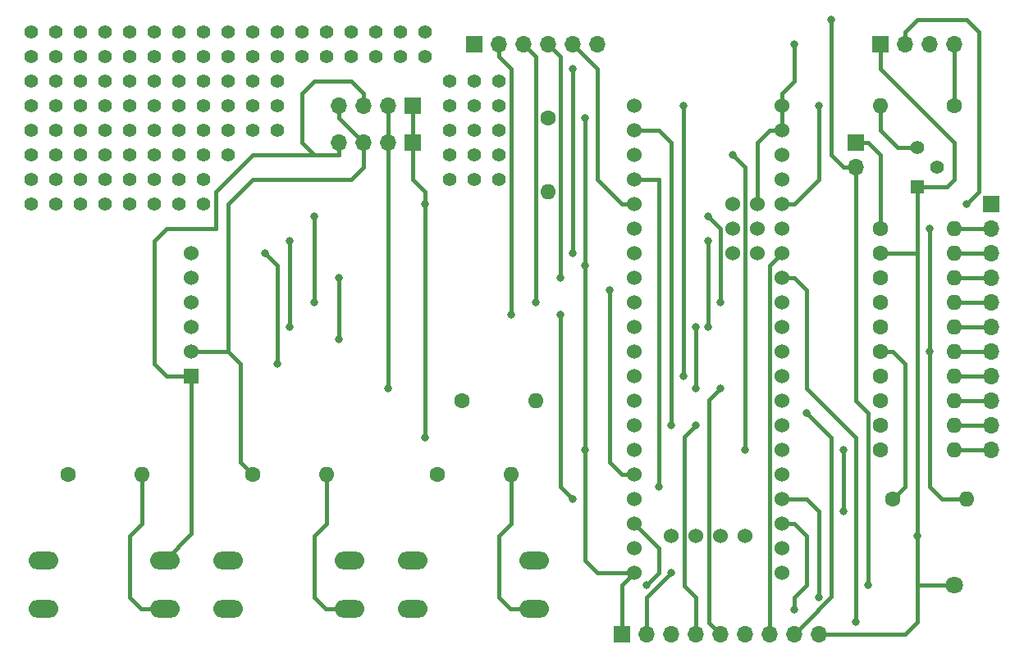
<source format=gbr>
%TF.GenerationSoftware,KiCad,Pcbnew,5.1.6-c6e7f7d~86~ubuntu16.04.1*%
%TF.CreationDate,2020-10-09T16:36:26+01:00*%
%TF.ProjectId,bluepill-pb1,626c7565-7069-46c6-9c2d-7062312e6b69,rev?*%
%TF.SameCoordinates,Original*%
%TF.FileFunction,Copper,L2,Bot*%
%TF.FilePolarity,Positive*%
%FSLAX46Y46*%
G04 Gerber Fmt 4.6, Leading zero omitted, Abs format (unit mm)*
G04 Created by KiCad (PCBNEW 5.1.6-c6e7f7d~86~ubuntu16.04.1) date 2020-10-09 16:36:26*
%MOMM*%
%LPD*%
G01*
G04 APERTURE LIST*
%TA.AperFunction,ComponentPad*%
%ADD10O,1.700000X1.700000*%
%TD*%
%TA.AperFunction,ComponentPad*%
%ADD11R,1.700000X1.700000*%
%TD*%
%TA.AperFunction,ComponentPad*%
%ADD12O,1.600000X1.600000*%
%TD*%
%TA.AperFunction,ComponentPad*%
%ADD13C,1.600000*%
%TD*%
%TA.AperFunction,ComponentPad*%
%ADD14C,1.800000*%
%TD*%
%TA.AperFunction,ComponentPad*%
%ADD15C,1.524000*%
%TD*%
%TA.AperFunction,ComponentPad*%
%ADD16O,3.048000X1.850000*%
%TD*%
%TA.AperFunction,ComponentPad*%
%ADD17C,1.397000*%
%TD*%
%TA.AperFunction,ComponentPad*%
%ADD18R,1.397000X1.397000*%
%TD*%
%TA.AperFunction,ComponentPad*%
%ADD19R,1.524000X1.524000*%
%TD*%
%TA.AperFunction,ViaPad*%
%ADD20C,1.400000*%
%TD*%
%TA.AperFunction,ViaPad*%
%ADD21C,0.800000*%
%TD*%
%TA.AperFunction,Conductor*%
%ADD22C,0.400000*%
%TD*%
G04 APERTURE END LIST*
D10*
%TO.P,J6,6*%
%TO.N,GND*%
X137160000Y-59690000D03*
%TO.P,J6,5*%
%TO.N,Net-(J6-Pad5)*%
X134620000Y-59690000D03*
%TO.P,J6,4*%
%TO.N,Net-(J6-Pad4)*%
X132080000Y-59690000D03*
%TO.P,J6,3*%
%TO.N,Net-(J6-Pad3)*%
X129540000Y-59690000D03*
%TO.P,J6,2*%
%TO.N,Net-(J6-Pad2)*%
X127000000Y-59690000D03*
D11*
%TO.P,J6,1*%
%TO.N,Net-(J6-Pad1)*%
X124460000Y-59690000D03*
%TD*%
D10*
%TO.P,J7,2*%
%TO.N,Net-(J6-Pad1)*%
X163830000Y-72390000D03*
D11*
%TO.P,J7,1*%
%TO.N,Net-(J7-Pad1)*%
X163830000Y-69850000D03*
%TD*%
D12*
%TO.P,R17,2*%
%TO.N,Net-(J3-Pad2)*%
X130810000Y-96520000D03*
D13*
%TO.P,R17,1*%
%TO.N,+3V3*%
X123190000Y-96520000D03*
%TD*%
D14*
%TO.P,TP1,1*%
%TO.N,GND*%
X173990000Y-115570000D03*
%TD*%
D12*
%TO.P,R16,2*%
%TO.N,Net-(J3-Pad1)*%
X132080000Y-74930000D03*
D13*
%TO.P,R16,1*%
%TO.N,+3V3*%
X132080000Y-67310000D03*
%TD*%
D12*
%TO.P,R15,2*%
%TO.N,Net-(Q1-Pad2)*%
X175260000Y-106680000D03*
D13*
%TO.P,R15,1*%
%TO.N,Net-(R15-Pad1)*%
X167640000Y-106680000D03*
%TD*%
D15*
%TO.P,U1,5V*%
%TO.N,Net-(J6-Pad1)*%
X140970000Y-109220000D03*
%TO.P,U1,3V3*%
%TO.N,+3V3*%
X151130000Y-81280000D03*
%TO.P,U1,PB2*%
%TO.N,N/C*%
X151130000Y-78740000D03*
%TO.P,U1,G*%
%TO.N,GND*%
X151130000Y-76200000D03*
%TO.P,U1,3V3*%
%TO.N,+3V3*%
X153670000Y-81280000D03*
%TO.P,U1,BOOT*%
%TO.N,N/C*%
X153670000Y-78740000D03*
%TO.P,U1,G*%
%TO.N,GND*%
X153670000Y-76200000D03*
X152400000Y-110490000D03*
%TO.P,U1,PA14*%
%TO.N,N/C*%
X149860000Y-110490000D03*
%TO.P,U1,PA13*%
X147320000Y-110490000D03*
%TO.P,U1,3V3*%
%TO.N,+3V3*%
X144780000Y-110490000D03*
%TO.P,U1,G*%
%TO.N,GND*%
X156210000Y-66040000D03*
X156210000Y-68580000D03*
%TO.P,U1,3V3*%
%TO.N,+3V3*%
X156210000Y-71120000D03*
%TO.P,U1,NRST*%
%TO.N,N/C*%
X156210000Y-73660000D03*
%TO.P,U1,PB11*%
%TO.N,Net-(Q1-Pad1)*%
X156210000Y-76200000D03*
%TO.P,U1,PB10*%
%TO.N,N/C*%
X156210000Y-78740000D03*
%TO.P,U1,PB1*%
%TO.N,Net-(J5-Pad7)*%
X156210000Y-81280000D03*
%TO.P,U1,PB0*%
%TO.N,Net-(J5-Pad6)*%
X156210000Y-83820000D03*
%TO.P,U1,PA7*%
%TO.N,Net-(A1-Pad4)*%
X156210000Y-86360000D03*
%TO.P,U1,PA6*%
%TO.N,Net-(A1-Pad3)*%
X156210000Y-88900000D03*
%TO.P,U1,PA5*%
%TO.N,Net-(A1-Pad5)*%
X156210000Y-91440000D03*
%TO.P,U1,PA4*%
%TO.N,Net-(A1-Pad6)*%
X156210000Y-93980000D03*
%TO.P,U1,PA3*%
%TO.N,Net-(J5-Pad5)*%
X156210000Y-96520000D03*
%TO.P,U1,PA2*%
%TO.N,Net-(J5-Pad4)*%
X156210000Y-99060000D03*
%TO.P,U1,PA1*%
%TO.N,Net-(R2-Pad2)*%
X156210000Y-101600000D03*
%TO.P,U1,PA0*%
%TO.N,Net-(R3-Pad2)*%
X156210000Y-104140000D03*
%TO.P,U1,PC15*%
%TO.N,Net-(R1-Pad2)*%
X156210000Y-106680000D03*
%TO.P,U1,PC14*%
%TO.N,Net-(J5-Pad3)*%
X156210000Y-109220000D03*
%TO.P,U1,PC13*%
%TO.N,Net-(J5-Pad2)*%
X156210000Y-111760000D03*
%TO.P,U1,VBAT*%
%TO.N,N/C*%
X156210000Y-114300000D03*
%TO.P,U1,3V3*%
%TO.N,+3V3*%
X140970000Y-114300000D03*
%TO.P,U1,G*%
%TO.N,GND*%
X140970000Y-111760000D03*
%TO.P,U1,PB9*%
%TO.N,Net-(R7-Pad1)*%
X140970000Y-106680000D03*
%TO.P,U1,PB8*%
%TO.N,Net-(R6-Pad1)*%
X140970000Y-104140000D03*
%TO.P,U1,PB7*%
%TO.N,Net-(J3-Pad1)*%
X140970000Y-101600000D03*
%TO.P,U1,PB6*%
%TO.N,Net-(J3-Pad2)*%
X140970000Y-99060000D03*
%TO.P,U1,PB5*%
%TO.N,Net-(J5-Pad8)*%
X140970000Y-96520000D03*
%TO.P,U1,PB4*%
%TO.N,Net-(R8-Pad1)*%
X140970000Y-93980000D03*
%TO.P,U1,PB3*%
%TO.N,Net-(R15-Pad1)*%
X140970000Y-91440000D03*
%TO.P,U1,PA15*%
%TO.N,Net-(J6-Pad2)*%
X140970000Y-88900000D03*
%TO.P,U1,PA12*%
%TO.N,Net-(J6-Pad3)*%
X140970000Y-86360000D03*
%TO.P,U1,PA11*%
%TO.N,Net-(J6-Pad4)*%
X140970000Y-83820000D03*
%TO.P,U1,PA10*%
%TO.N,Net-(J2-Pad3)*%
X140970000Y-81280000D03*
%TO.P,U1,PA9*%
%TO.N,Net-(J2-Pad2)*%
X140970000Y-78740000D03*
%TO.P,U1,PA8*%
%TO.N,Net-(J6-Pad5)*%
X140970000Y-76200000D03*
%TO.P,U1,PB15*%
%TO.N,Net-(R13-Pad1)*%
X140970000Y-73660000D03*
%TO.P,U1,PB14*%
%TO.N,Net-(R12-Pad1)*%
X140970000Y-71120000D03*
%TO.P,U1,PB13*%
%TO.N,Net-(R11-Pad1)*%
X140970000Y-68580000D03*
%TO.P,U1,PB12*%
%TO.N,Net-(R10-Pad1)*%
X140970000Y-66040000D03*
%TD*%
D16*
%TO.P,SW2,2*%
%TO.N,Net-(R2-Pad2)*%
X99060000Y-118030000D03*
%TO.P,SW2,1*%
%TO.N,GND*%
X99060000Y-113030000D03*
%TO.P,SW2,2*%
%TO.N,Net-(R2-Pad2)*%
X111560000Y-118030000D03*
%TO.P,SW2,1*%
%TO.N,GND*%
X111560000Y-113030000D03*
%TD*%
D10*
%TO.P,J5,9*%
%TO.N,GND*%
X160020000Y-120650000D03*
%TO.P,J5,8*%
%TO.N,Net-(J5-Pad8)*%
X157480000Y-120650000D03*
%TO.P,J5,7*%
%TO.N,Net-(J5-Pad7)*%
X154940000Y-120650000D03*
%TO.P,J5,6*%
%TO.N,Net-(J5-Pad6)*%
X152400000Y-120650000D03*
%TO.P,J5,5*%
%TO.N,Net-(J5-Pad5)*%
X149860000Y-120650000D03*
%TO.P,J5,4*%
%TO.N,Net-(J5-Pad4)*%
X147320000Y-120650000D03*
%TO.P,J5,3*%
%TO.N,Net-(J5-Pad3)*%
X144780000Y-120650000D03*
%TO.P,J5,2*%
%TO.N,Net-(J5-Pad2)*%
X142240000Y-120650000D03*
D11*
%TO.P,J5,1*%
%TO.N,+3V3*%
X139700000Y-120650000D03*
%TD*%
D12*
%TO.P,R14,2*%
%TO.N,Net-(Q1-Pad1)*%
X166370000Y-66040000D03*
D13*
%TO.P,R14,1*%
%TO.N,+3V3*%
X173990000Y-66040000D03*
%TD*%
D17*
%TO.P,Q1,1*%
%TO.N,Net-(Q1-Pad1)*%
X170180000Y-70358000D03*
%TO.P,Q1,2*%
%TO.N,Net-(Q1-Pad2)*%
X172212000Y-72390000D03*
D18*
%TO.P,Q1,3*%
%TO.N,GND*%
X170180000Y-74422000D03*
%TD*%
D10*
%TO.P,J4,4*%
%TO.N,+3V3*%
X110490000Y-66040000D03*
%TO.P,J4,3*%
%TO.N,GND*%
X113030000Y-66040000D03*
%TO.P,J4,2*%
%TO.N,Net-(J3-Pad2)*%
X115570000Y-66040000D03*
D11*
%TO.P,J4,1*%
%TO.N,Net-(J3-Pad1)*%
X118110000Y-66040000D03*
%TD*%
D10*
%TO.P,J2,4*%
%TO.N,+3V3*%
X173990000Y-59690000D03*
%TO.P,J2,3*%
%TO.N,Net-(J2-Pad3)*%
X171450000Y-59690000D03*
%TO.P,J2,2*%
%TO.N,Net-(J2-Pad2)*%
X168910000Y-59690000D03*
D11*
%TO.P,J2,1*%
%TO.N,GND*%
X166370000Y-59690000D03*
%TD*%
D10*
%TO.P,J1,11*%
%TO.N,Net-(J1-Pad11)*%
X177800000Y-101600000D03*
%TO.P,J1,10*%
%TO.N,Net-(J1-Pad10)*%
X177800000Y-99060000D03*
%TO.P,J1,9*%
%TO.N,Net-(J1-Pad9)*%
X177800000Y-96520000D03*
%TO.P,J1,8*%
%TO.N,Net-(J1-Pad8)*%
X177800000Y-93980000D03*
%TO.P,J1,7*%
%TO.N,Net-(J1-Pad7)*%
X177800000Y-91440000D03*
%TO.P,J1,6*%
%TO.N,Net-(J1-Pad6)*%
X177800000Y-88900000D03*
%TO.P,J1,5*%
%TO.N,Net-(J1-Pad5)*%
X177800000Y-86360000D03*
%TO.P,J1,4*%
%TO.N,Net-(J1-Pad4)*%
X177800000Y-83820000D03*
%TO.P,J1,3*%
%TO.N,Net-(J1-Pad3)*%
X177800000Y-81280000D03*
%TO.P,J1,2*%
%TO.N,Net-(J1-Pad2)*%
X177800000Y-78740000D03*
D11*
%TO.P,J1,1*%
%TO.N,N/C*%
X177800000Y-76200000D03*
%TD*%
D12*
%TO.P,R13,2*%
%TO.N,Net-(J1-Pad11)*%
X173990000Y-101600000D03*
D13*
%TO.P,R13,1*%
%TO.N,Net-(R13-Pad1)*%
X166370000Y-101600000D03*
%TD*%
D12*
%TO.P,R12,2*%
%TO.N,Net-(J1-Pad10)*%
X173990000Y-99060000D03*
D13*
%TO.P,R12,1*%
%TO.N,Net-(R12-Pad1)*%
X166370000Y-99060000D03*
%TD*%
D12*
%TO.P,R11,2*%
%TO.N,Net-(J1-Pad9)*%
X173990000Y-96520000D03*
D13*
%TO.P,R11,1*%
%TO.N,Net-(R11-Pad1)*%
X166370000Y-96520000D03*
%TD*%
D12*
%TO.P,R10,2*%
%TO.N,Net-(J1-Pad8)*%
X173990000Y-93980000D03*
D13*
%TO.P,R10,1*%
%TO.N,Net-(R10-Pad1)*%
X166370000Y-93980000D03*
%TD*%
D12*
%TO.P,R9,2*%
%TO.N,Net-(J1-Pad7)*%
X173990000Y-91440000D03*
D13*
%TO.P,R9,1*%
%TO.N,Net-(R15-Pad1)*%
X166370000Y-91440000D03*
%TD*%
D12*
%TO.P,R8,2*%
%TO.N,Net-(J1-Pad6)*%
X173990000Y-88900000D03*
D13*
%TO.P,R8,1*%
%TO.N,Net-(R8-Pad1)*%
X166370000Y-88900000D03*
%TD*%
D12*
%TO.P,R7,2*%
%TO.N,Net-(J1-Pad5)*%
X173990000Y-86360000D03*
D13*
%TO.P,R7,1*%
%TO.N,Net-(R7-Pad1)*%
X166370000Y-86360000D03*
%TD*%
D12*
%TO.P,R6,2*%
%TO.N,Net-(J1-Pad4)*%
X173990000Y-83820000D03*
D13*
%TO.P,R6,1*%
%TO.N,Net-(R6-Pad1)*%
X166370000Y-83820000D03*
%TD*%
D12*
%TO.P,R5,2*%
%TO.N,Net-(J1-Pad3)*%
X173990000Y-81280000D03*
D13*
%TO.P,R5,1*%
%TO.N,GND*%
X166370000Y-81280000D03*
%TD*%
D12*
%TO.P,R4,2*%
%TO.N,Net-(J1-Pad2)*%
X173990000Y-78740000D03*
D13*
%TO.P,R4,1*%
%TO.N,Net-(J7-Pad1)*%
X166370000Y-78740000D03*
%TD*%
D16*
%TO.P,SW3,2*%
%TO.N,Net-(R3-Pad2)*%
X118110000Y-118030000D03*
%TO.P,SW3,1*%
%TO.N,GND*%
X118110000Y-113030000D03*
%TO.P,SW3,2*%
%TO.N,Net-(R3-Pad2)*%
X130610000Y-118030000D03*
%TO.P,SW3,1*%
%TO.N,GND*%
X130610000Y-113030000D03*
%TD*%
%TO.P,SW1,2*%
%TO.N,Net-(R1-Pad2)*%
X80010000Y-118030000D03*
%TO.P,SW1,1*%
%TO.N,GND*%
X80010000Y-113030000D03*
%TO.P,SW1,2*%
%TO.N,Net-(R1-Pad2)*%
X92510000Y-118030000D03*
%TO.P,SW1,1*%
%TO.N,GND*%
X92510000Y-113030000D03*
%TD*%
D12*
%TO.P,R3,2*%
%TO.N,Net-(R3-Pad2)*%
X128270000Y-104140000D03*
D13*
%TO.P,R3,1*%
%TO.N,+3V3*%
X120650000Y-104140000D03*
%TD*%
D12*
%TO.P,R2,2*%
%TO.N,Net-(R2-Pad2)*%
X109220000Y-104140000D03*
D13*
%TO.P,R2,1*%
%TO.N,+3V3*%
X101600000Y-104140000D03*
%TD*%
D12*
%TO.P,R1,2*%
%TO.N,Net-(R1-Pad2)*%
X90170000Y-104140000D03*
D13*
%TO.P,R1,1*%
%TO.N,+3V3*%
X82550000Y-104140000D03*
%TD*%
D10*
%TO.P,J3,4*%
%TO.N,GND*%
X110490000Y-69850000D03*
%TO.P,J3,3*%
%TO.N,+3V3*%
X113030000Y-69850000D03*
%TO.P,J3,2*%
%TO.N,Net-(J3-Pad2)*%
X115570000Y-69850000D03*
D11*
%TO.P,J3,1*%
%TO.N,Net-(J3-Pad1)*%
X118110000Y-69850000D03*
%TD*%
D15*
%TO.P,A1,6*%
%TO.N,Net-(A1-Pad6)*%
X95250000Y-81280000D03*
%TO.P,A1,5*%
%TO.N,Net-(A1-Pad5)*%
X95250000Y-83820000D03*
%TO.P,A1,4*%
%TO.N,Net-(A1-Pad4)*%
X95250000Y-86360000D03*
%TO.P,A1,3*%
%TO.N,Net-(A1-Pad3)*%
X95250000Y-88900000D03*
%TO.P,A1,2*%
%TO.N,+3V3*%
X95250000Y-91440000D03*
D19*
%TO.P,A1,1*%
%TO.N,GND*%
X95250000Y-93980000D03*
%TD*%
D20*
%TO.N,*%
X78740000Y-58420000D03*
X78740000Y-60960000D03*
X78740000Y-63500000D03*
X78740000Y-66040000D03*
X78740000Y-68580000D03*
X78740000Y-71120000D03*
X78740000Y-73660000D03*
X78740000Y-76200000D03*
X81280000Y-76200000D03*
X81280000Y-73660000D03*
X81280000Y-71120000D03*
X81280000Y-68580000D03*
X81280000Y-66040000D03*
X81280000Y-63500000D03*
X81280000Y-60960000D03*
X81280000Y-58420000D03*
X83820000Y-58420000D03*
X83820000Y-60960000D03*
X83820000Y-63500000D03*
X83820000Y-66040000D03*
X83820000Y-68580000D03*
X83820000Y-71120000D03*
X83820000Y-73660000D03*
X83820000Y-76200000D03*
X86360000Y-76200000D03*
X86360000Y-73660000D03*
X86360000Y-71120000D03*
X86360000Y-68580000D03*
X86360000Y-66040000D03*
X86360000Y-63500000D03*
X86360000Y-60960000D03*
X86360000Y-58420000D03*
X88900000Y-58420000D03*
X88900000Y-60960000D03*
X88900000Y-63500000D03*
X88900000Y-66040000D03*
X88900000Y-68580000D03*
X88900000Y-71120000D03*
X88900000Y-73660000D03*
X88900000Y-76200000D03*
X91440000Y-76200000D03*
X91440000Y-73660000D03*
X91440000Y-71120000D03*
X91440000Y-68580000D03*
X91440000Y-66040000D03*
X91440000Y-63500000D03*
X91440000Y-60960000D03*
X91440000Y-58420000D03*
X93980000Y-58420000D03*
X93980000Y-60960000D03*
X93980000Y-63500000D03*
X93980000Y-66040000D03*
X93980000Y-68580000D03*
X93980000Y-71120000D03*
X93980000Y-73660000D03*
X93980000Y-76200000D03*
X96520000Y-76200000D03*
X96520000Y-73660000D03*
X96520000Y-71120000D03*
X96520000Y-68580000D03*
X96520000Y-66040000D03*
X96520000Y-63500000D03*
X96520000Y-60960000D03*
X96520000Y-58420000D03*
X99060000Y-58420000D03*
X99060000Y-60960000D03*
X99060000Y-63500000D03*
X99060000Y-66040000D03*
X99060000Y-68580000D03*
X99060000Y-71120000D03*
X101600000Y-58420000D03*
X101600000Y-60960000D03*
X104140000Y-60960000D03*
X104140000Y-58420000D03*
X106680000Y-58420000D03*
X106680000Y-60960000D03*
X109220000Y-60960000D03*
X109220000Y-58420000D03*
X111760000Y-58420000D03*
X111760000Y-60960000D03*
X114300000Y-60960000D03*
X114300000Y-58420000D03*
X116840000Y-58420000D03*
X116840000Y-60960000D03*
X119380000Y-60960000D03*
X119380000Y-58420000D03*
X101600000Y-63500000D03*
X101600000Y-66040000D03*
X101600000Y-68580000D03*
X104140000Y-68580000D03*
X104140000Y-66040000D03*
X104140000Y-63500000D03*
X124460000Y-63500000D03*
X127000000Y-63500000D03*
X121920000Y-63500000D03*
X121920000Y-66040000D03*
X124460000Y-66040000D03*
X127000000Y-66040000D03*
X121920000Y-68580000D03*
X124460000Y-68580000D03*
X127000000Y-68580000D03*
X127000000Y-71120000D03*
X121920000Y-71120000D03*
X124460000Y-71120000D03*
X121920000Y-73660000D03*
X124460000Y-73660000D03*
X127000000Y-73660000D03*
D21*
%TO.N,Net-(A1-Pad6)*%
X104140000Y-92710000D03*
X102870000Y-81280000D03*
%TO.N,Net-(A1-Pad5)*%
X110490000Y-90170000D03*
X110490000Y-83820000D03*
%TO.N,Net-(A1-Pad4)*%
X149860000Y-86360000D03*
X148590000Y-77470000D03*
X107950000Y-77470000D03*
X107950000Y-86360000D03*
%TO.N,Net-(A1-Pad3)*%
X148590000Y-88900000D03*
X105410000Y-80010000D03*
X105410000Y-88900000D03*
X148590000Y-80010000D03*
%TO.N,Net-(J2-Pad3)*%
X134620000Y-62230000D03*
X134620000Y-81280000D03*
%TO.N,Net-(J2-Pad2)*%
X175260000Y-76200000D03*
%TO.N,+3V3*%
X135890000Y-101600000D03*
X135890000Y-82550000D03*
X135890000Y-67310000D03*
%TO.N,GND*%
X170180000Y-110490000D03*
X157480000Y-59690000D03*
%TO.N,Net-(R1-Pad2)*%
X160020000Y-116840000D03*
%TO.N,Net-(R2-Pad2)*%
X162560000Y-107950000D03*
X162560000Y-101600000D03*
%TO.N,Net-(J3-Pad2)*%
X115570000Y-95250000D03*
%TO.N,Net-(J3-Pad1)*%
X119380000Y-100330000D03*
X119380000Y-76200000D03*
%TO.N,Net-(R6-Pad1)*%
X138430000Y-85090000D03*
%TO.N,Net-(R7-Pad1)*%
X133350000Y-87630000D03*
X134620000Y-106680000D03*
%TO.N,Net-(R8-Pad1)*%
X147320000Y-88900000D03*
X147320000Y-95250000D03*
%TO.N,Net-(R10-Pad1)*%
X146050000Y-66040000D03*
X146050000Y-93980000D03*
%TO.N,Net-(R11-Pad1)*%
X144780000Y-99060000D03*
%TO.N,Net-(R12-Pad1)*%
X152400000Y-101600000D03*
X151130000Y-71120000D03*
%TO.N,Net-(R13-Pad1)*%
X143510000Y-105410000D03*
%TO.N,Net-(J5-Pad8)*%
X158750000Y-97790000D03*
%TO.N,Net-(J5-Pad6)*%
X163830000Y-119380000D03*
%TO.N,Net-(J5-Pad5)*%
X149860000Y-95250000D03*
%TO.N,Net-(J5-Pad4)*%
X147320000Y-99060000D03*
%TO.N,Net-(J5-Pad3)*%
X157480000Y-118110000D03*
%TO.N,Net-(J5-Pad2)*%
X144780000Y-114300000D03*
%TO.N,Net-(J6-Pad4)*%
X133350000Y-83820000D03*
%TO.N,Net-(J6-Pad3)*%
X130810000Y-86360000D03*
%TO.N,Net-(J6-Pad2)*%
X128270000Y-87630000D03*
%TO.N,Net-(J6-Pad1)*%
X165100000Y-115570000D03*
X142240000Y-115570000D03*
X161290000Y-57150000D03*
%TO.N,Net-(Q1-Pad1)*%
X160020000Y-66040000D03*
%TO.N,Net-(Q1-Pad2)*%
X171450000Y-78740000D03*
X171450000Y-91440000D03*
%TD*%
D22*
%TO.N,Net-(A1-Pad6)*%
X104140000Y-82550000D02*
X102870000Y-81280000D01*
X104140000Y-92710000D02*
X104140000Y-82550000D01*
%TO.N,Net-(A1-Pad5)*%
X110490000Y-90170000D02*
X110490000Y-83820000D01*
%TO.N,Net-(A1-Pad4)*%
X149860000Y-78740000D02*
X148590000Y-77470000D01*
X149860000Y-86360000D02*
X149860000Y-78740000D01*
X107950000Y-77470000D02*
X107950000Y-86360000D01*
%TO.N,Net-(A1-Pad3)*%
X148590000Y-88900000D02*
X148590000Y-81280000D01*
X105410000Y-80010000D02*
X105410000Y-88900000D01*
X148590000Y-81280000D02*
X148590000Y-80010000D01*
%TO.N,Net-(J1-Pad2)*%
X177800000Y-78740000D02*
X173990000Y-78740000D01*
%TO.N,Net-(J1-Pad7)*%
X173990000Y-91440000D02*
X177800000Y-91440000D01*
%TO.N,Net-(J1-Pad6)*%
X177800000Y-88900000D02*
X173990000Y-88900000D01*
%TO.N,Net-(J1-Pad5)*%
X173990000Y-86360000D02*
X177800000Y-86360000D01*
%TO.N,Net-(J1-Pad4)*%
X177800000Y-83820000D02*
X173990000Y-83820000D01*
%TO.N,Net-(J2-Pad3)*%
X134620000Y-62230000D02*
X134620000Y-80010000D01*
X134620000Y-81280000D02*
X134620000Y-80010000D01*
%TO.N,Net-(J2-Pad2)*%
X175260000Y-76200000D02*
X176530000Y-74930000D01*
X176530000Y-74930000D02*
X176530000Y-58420000D01*
X176530000Y-58420000D02*
X175260000Y-57150000D01*
X175260000Y-57150000D02*
X170180000Y-57150000D01*
X168910000Y-58420000D02*
X168910000Y-59690000D01*
X170180000Y-57150000D02*
X168910000Y-58420000D01*
%TO.N,Net-(J1-Pad11)*%
X173990000Y-101600000D02*
X177800000Y-101600000D01*
%TO.N,Net-(J1-Pad10)*%
X177800000Y-99060000D02*
X173990000Y-99060000D01*
%TO.N,Net-(J1-Pad9)*%
X173990000Y-96520000D02*
X177800000Y-96520000D01*
%TO.N,Net-(J1-Pad8)*%
X177800000Y-93980000D02*
X173990000Y-93980000D01*
%TO.N,+3V3*%
X173990000Y-59690000D02*
X173990000Y-66040000D01*
X95250000Y-91440000D02*
X99060000Y-91440000D01*
X99060000Y-91440000D02*
X100330000Y-92710000D01*
X100330000Y-102870000D02*
X101600000Y-104140000D01*
X100330000Y-92710000D02*
X100330000Y-102870000D01*
X140970000Y-114300000D02*
X139700000Y-115570000D01*
X139700000Y-115570000D02*
X139700000Y-120650000D01*
X135890000Y-101600000D02*
X135890000Y-113030000D01*
X137160000Y-114300000D02*
X140970000Y-114300000D01*
X135890000Y-113030000D02*
X137160000Y-114300000D01*
X110490000Y-67310000D02*
X113030000Y-69850000D01*
X110490000Y-66040000D02*
X110490000Y-67310000D01*
X99060000Y-91440000D02*
X99060000Y-76200000D01*
X99060000Y-76200000D02*
X101600000Y-73660000D01*
X101600000Y-73660000D02*
X111760000Y-73660000D01*
X113030000Y-72390000D02*
X113030000Y-69850000D01*
X111760000Y-73660000D02*
X113030000Y-72390000D01*
X135890000Y-82550000D02*
X135890000Y-101600000D01*
X135890000Y-67310000D02*
X135890000Y-82550000D01*
%TO.N,GND*%
X157480000Y-59690000D02*
X157480000Y-59690000D01*
X156210000Y-64770000D02*
X156210000Y-66040000D01*
X157480000Y-63500000D02*
X156210000Y-64770000D01*
X156210000Y-68580000D02*
X156210000Y-66040000D01*
X95250000Y-110290000D02*
X92510000Y-113030000D01*
X95250000Y-93980000D02*
X95250000Y-110290000D01*
X113030000Y-66040000D02*
X113030000Y-64770000D01*
X113030000Y-64770000D02*
X111760000Y-63500000D01*
X111760000Y-63500000D02*
X107950000Y-63500000D01*
X107950000Y-63500000D02*
X106680000Y-64770000D01*
X106680000Y-64770000D02*
X106680000Y-69850000D01*
X106680000Y-69850000D02*
X107950000Y-71120000D01*
X107950000Y-71120000D02*
X110490000Y-71120000D01*
X110490000Y-71120000D02*
X110490000Y-69850000D01*
X170180000Y-74422000D02*
X170180000Y-110490000D01*
X168910000Y-120650000D02*
X160020000Y-120650000D01*
X170180000Y-119380000D02*
X168910000Y-120650000D01*
X166370000Y-81280000D02*
X170180000Y-81280000D01*
X156210000Y-68580000D02*
X154940000Y-68580000D01*
X153670000Y-69850000D02*
X153670000Y-76200000D01*
X154940000Y-68580000D02*
X153670000Y-69850000D01*
X166370000Y-62230000D02*
X166370000Y-59690000D01*
X170180000Y-74422000D02*
X173228000Y-74422000D01*
X173228000Y-74422000D02*
X173990000Y-73660000D01*
X173990000Y-73660000D02*
X173990000Y-69850000D01*
X173990000Y-69850000D02*
X166370000Y-62230000D01*
X97790000Y-74930000D02*
X101600000Y-71120000D01*
X97790000Y-78740000D02*
X97790000Y-74930000D01*
X92710000Y-78740000D02*
X97790000Y-78740000D01*
X95250000Y-93980000D02*
X92710000Y-93980000D01*
X91440000Y-80010000D02*
X92710000Y-78740000D01*
X101600000Y-71120000D02*
X107950000Y-71120000D01*
X92710000Y-93980000D02*
X91440000Y-92710000D01*
X91440000Y-92710000D02*
X91440000Y-80010000D01*
X173990000Y-115570000D02*
X170180000Y-115570000D01*
X170180000Y-115570000D02*
X170180000Y-119380000D01*
X170180000Y-110490000D02*
X170180000Y-115570000D01*
X157480000Y-59690000D02*
X157480000Y-63500000D01*
%TO.N,Net-(R1-Pad2)*%
X90170000Y-104140000D02*
X90170000Y-109220000D01*
X90170000Y-109220000D02*
X88900000Y-110490000D01*
X88900000Y-110490000D02*
X88900000Y-116840000D01*
X90090000Y-118030000D02*
X92510000Y-118030000D01*
X88900000Y-116840000D02*
X90090000Y-118030000D01*
X160020000Y-116840000D02*
X160020000Y-107950000D01*
X158750000Y-106680000D02*
X156210000Y-106680000D01*
X160020000Y-107950000D02*
X158750000Y-106680000D01*
%TO.N,Net-(R2-Pad2)*%
X109220000Y-104140000D02*
X109220000Y-109220000D01*
X109220000Y-109220000D02*
X107950000Y-110490000D01*
X107950000Y-110490000D02*
X107950000Y-116840000D01*
X109140000Y-118030000D02*
X111560000Y-118030000D01*
X107950000Y-116840000D02*
X109140000Y-118030000D01*
X162560000Y-107950000D02*
X162560000Y-101600000D01*
%TO.N,Net-(R3-Pad2)*%
X128270000Y-104140000D02*
X128270000Y-109220000D01*
X128270000Y-109220000D02*
X127000000Y-110490000D01*
X127000000Y-110490000D02*
X127000000Y-116840000D01*
X128190000Y-118030000D02*
X130610000Y-118030000D01*
X127000000Y-116840000D02*
X128190000Y-118030000D01*
%TO.N,Net-(J3-Pad2)*%
X115570000Y-66040000D02*
X115570000Y-69850000D01*
X115570000Y-69850000D02*
X115570000Y-95250000D01*
%TO.N,Net-(J3-Pad1)*%
X118110000Y-66040000D02*
X118110000Y-69850000D01*
X118110000Y-73660000D02*
X118110000Y-69850000D01*
X119380000Y-74930000D02*
X118110000Y-73660000D01*
X119380000Y-76200000D02*
X119380000Y-74930000D01*
X119380000Y-100330000D02*
X119380000Y-76200000D01*
%TO.N,Net-(J1-Pad3)*%
X173990000Y-81280000D02*
X177800000Y-81280000D01*
%TO.N,Net-(R6-Pad1)*%
X138430000Y-85090000D02*
X138430000Y-102870000D01*
X138430000Y-102870000D02*
X139700000Y-104140000D01*
X139700000Y-104140000D02*
X140970000Y-104140000D01*
%TO.N,Net-(R7-Pad1)*%
X133350000Y-105410000D02*
X134620000Y-106680000D01*
X133350000Y-87630000D02*
X133350000Y-105410000D01*
%TO.N,Net-(R8-Pad1)*%
X147320000Y-88900000D02*
X147320000Y-95250000D01*
%TO.N,Net-(R10-Pad1)*%
X146050000Y-66040000D02*
X146050000Y-93980000D01*
%TO.N,Net-(R11-Pad1)*%
X144780000Y-99060000D02*
X144780000Y-69850000D01*
X143510000Y-68580000D02*
X140970000Y-68580000D01*
X144780000Y-69850000D02*
X143510000Y-68580000D01*
%TO.N,Net-(R12-Pad1)*%
X152400000Y-72390000D02*
X151130000Y-71120000D01*
X152400000Y-101600000D02*
X152400000Y-72390000D01*
%TO.N,Net-(R13-Pad1)*%
X143510000Y-105410000D02*
X143510000Y-73660000D01*
X143510000Y-73660000D02*
X140970000Y-73660000D01*
%TO.N,Net-(J5-Pad8)*%
X158750000Y-97790000D02*
X161290000Y-100330000D01*
X161290000Y-116754002D02*
X159934002Y-118110000D01*
X161290000Y-100330000D02*
X161290000Y-116754002D01*
X159934002Y-118195998D02*
X157480000Y-120650000D01*
X159934002Y-118110000D02*
X159934002Y-118195998D01*
%TO.N,Net-(J5-Pad7)*%
X154940000Y-120650000D02*
X154940000Y-82550000D01*
X154940000Y-82550000D02*
X156210000Y-81280000D01*
%TO.N,Net-(J5-Pad6)*%
X156210000Y-83820000D02*
X157480000Y-83820000D01*
X157480000Y-83820000D02*
X158750000Y-85090000D01*
X158750000Y-85090000D02*
X158750000Y-95250000D01*
X158750000Y-95250000D02*
X163830000Y-100330000D01*
X163830000Y-100330000D02*
X163830000Y-119380000D01*
%TO.N,Net-(J5-Pad5)*%
X148697999Y-119487999D02*
X149860000Y-120650000D01*
X148697999Y-96412001D02*
X148697999Y-119487999D01*
X149860000Y-95250000D02*
X148697999Y-96412001D01*
%TO.N,Net-(J5-Pad4)*%
X146157999Y-100222001D02*
X146157999Y-115677999D01*
X147320000Y-99060000D02*
X146157999Y-100222001D01*
X147320000Y-116840000D02*
X147320000Y-120650000D01*
X146157999Y-115677999D02*
X147320000Y-116840000D01*
%TO.N,Net-(J5-Pad3)*%
X156210000Y-109220000D02*
X157480000Y-109220000D01*
X157480000Y-109220000D02*
X158750000Y-110490000D01*
X158750000Y-110490000D02*
X158750000Y-115570000D01*
X158750000Y-115570000D02*
X157480000Y-116840000D01*
X157480000Y-116840000D02*
X157480000Y-118110000D01*
%TO.N,Net-(J5-Pad2)*%
X142240000Y-120650000D02*
X142240000Y-116840000D01*
X142240000Y-116840000D02*
X144780000Y-114300000D01*
%TO.N,Net-(J6-Pad5)*%
X137160000Y-62230000D02*
X134620000Y-59690000D01*
X137160000Y-73660000D02*
X137160000Y-62230000D01*
X139700000Y-76200000D02*
X137160000Y-73660000D01*
X140970000Y-76200000D02*
X139700000Y-76200000D01*
%TO.N,Net-(J6-Pad4)*%
X133350000Y-60960000D02*
X132080000Y-59690000D01*
X133350000Y-83820000D02*
X133350000Y-60960000D01*
%TO.N,Net-(J6-Pad3)*%
X130810000Y-60960000D02*
X129540000Y-59690000D01*
X130810000Y-86360000D02*
X130810000Y-60960000D01*
%TO.N,Net-(J6-Pad2)*%
X128270000Y-87630000D02*
X128270000Y-62230000D01*
X128270000Y-62230000D02*
X127000000Y-60960000D01*
X127000000Y-60960000D02*
X127000000Y-59690000D01*
%TO.N,Net-(J6-Pad1)*%
X163830000Y-72390000D02*
X163830000Y-96520000D01*
X165100000Y-97790000D02*
X165100000Y-115570000D01*
X163830000Y-96520000D02*
X165100000Y-97790000D01*
X143510000Y-111760000D02*
X140970000Y-109220000D01*
X143510000Y-114300000D02*
X143510000Y-111760000D01*
X142240000Y-115570000D02*
X143510000Y-114300000D01*
X163830000Y-72390000D02*
X162560000Y-72390000D01*
X161290000Y-71120000D02*
X161290000Y-57150000D01*
X162560000Y-72390000D02*
X161290000Y-71120000D01*
%TO.N,Net-(Q1-Pad1)*%
X166370000Y-66040000D02*
X166370000Y-68580000D01*
X168148000Y-70358000D02*
X170180000Y-70358000D01*
X166370000Y-68580000D02*
X168148000Y-70358000D01*
X156210000Y-76200000D02*
X157480000Y-76200000D01*
X157480000Y-76200000D02*
X160020000Y-73660000D01*
X160020000Y-66040000D02*
X160020000Y-68580000D01*
X160020000Y-68580000D02*
X160020000Y-67310000D01*
X160020000Y-73660000D02*
X160020000Y-68580000D01*
%TO.N,Net-(Q1-Pad2)*%
X171450000Y-78740000D02*
X171450000Y-91440000D01*
X171450000Y-91440000D02*
X171450000Y-105410000D01*
X172720000Y-106680000D02*
X175260000Y-106680000D01*
X171450000Y-105410000D02*
X172720000Y-106680000D01*
%TO.N,Net-(R15-Pad1)*%
X167640000Y-106680000D02*
X168910000Y-105410000D01*
X168910000Y-105410000D02*
X168910000Y-92710000D01*
X168910000Y-92710000D02*
X167640000Y-91440000D01*
X167640000Y-91440000D02*
X166370000Y-91440000D01*
%TO.N,Net-(J7-Pad1)*%
X163830000Y-69850000D02*
X165100000Y-69850000D01*
X166370000Y-71120000D02*
X166370000Y-78740000D01*
X165100000Y-69850000D02*
X166370000Y-71120000D01*
%TD*%
M02*

</source>
